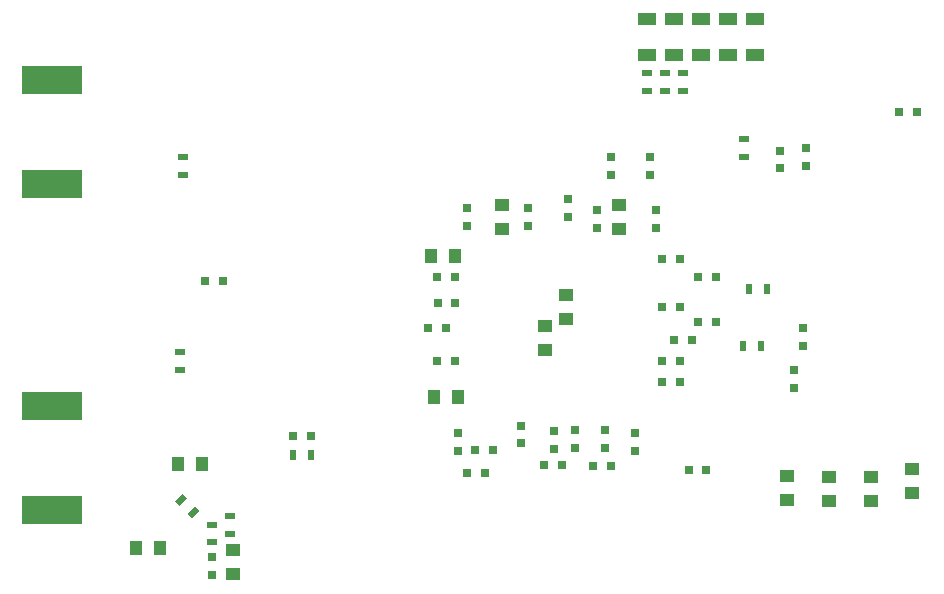
<source format=gbr>
G04 #@! TF.GenerationSoftware,KiCad,Pcbnew,(2018-01-18 revision 08b15a699)-makepkg*
G04 #@! TF.CreationDate,2018-01-23T16:45:18-05:00*
G04 #@! TF.ProjectId,osa103k,6F73613130336B2E6B696361645F7063,rev?*
G04 #@! TF.SameCoordinates,Original*
G04 #@! TF.FileFunction,Paste,Bot*
G04 #@! TF.FilePolarity,Positive*
%FSLAX46Y46*%
G04 Gerber Fmt 4.6, Leading zero omitted, Abs format (unit mm)*
G04 Created by KiCad (PCBNEW (2018-01-18 revision 08b15a699)-makepkg) date 01/23/18 16:45:18*
%MOMM*%
%LPD*%
G01*
G04 APERTURE LIST*
%ADD10R,1.000000X1.250000*%
%ADD11R,1.250000X1.000000*%
%ADD12R,0.750000X0.800000*%
%ADD13R,0.800000X0.750000*%
%ADD14R,1.600000X1.000000*%
%ADD15R,5.080000X2.420000*%
%ADD16R,0.900000X0.500000*%
%ADD17C,0.500000*%
%ADD18C,0.100000*%
%ADD19R,0.500000X0.900000*%
G04 APERTURE END LIST*
D10*
X67450000Y-89770000D03*
X65450000Y-89770000D03*
X69000000Y-82600000D03*
X71000000Y-82600000D03*
D11*
X73660000Y-91932000D03*
X73660000Y-89932000D03*
D12*
X71900000Y-90500000D03*
X71900000Y-92000000D03*
D13*
X78752000Y-80264000D03*
X80252000Y-80264000D03*
X72820000Y-67170000D03*
X71320000Y-67170000D03*
D12*
X105664000Y-56654000D03*
X105664000Y-58154000D03*
D13*
X94990000Y-83420000D03*
X93490000Y-83420000D03*
X95690000Y-81420000D03*
X94190000Y-81420000D03*
X99990000Y-82720000D03*
X101490000Y-82720000D03*
X104140000Y-82804000D03*
X105640000Y-82804000D03*
D12*
X108966000Y-56654000D03*
X108966000Y-58154000D03*
D13*
X112250000Y-83100000D03*
X113750000Y-83100000D03*
D10*
X90694000Y-76962000D03*
X92694000Y-76962000D03*
X90440000Y-65024000D03*
X92440000Y-65024000D03*
D11*
X101850000Y-68350000D03*
X101850000Y-70350000D03*
X106320000Y-62730000D03*
X106320000Y-60730000D03*
X100050000Y-70950000D03*
X100050000Y-72950000D03*
X96460000Y-60710000D03*
X96460000Y-62710000D03*
D12*
X100840000Y-81320000D03*
X100840000Y-79820000D03*
D13*
X109994000Y-73914000D03*
X111494000Y-73914000D03*
X90182000Y-71120000D03*
X91682000Y-71120000D03*
D12*
X98090000Y-79370000D03*
X98090000Y-80870000D03*
D13*
X112510000Y-72136000D03*
X111010000Y-72136000D03*
X109994000Y-69342000D03*
X111494000Y-69342000D03*
D12*
X105156000Y-79768000D03*
X105156000Y-81268000D03*
D14*
X117856000Y-47982000D03*
X117856000Y-44982000D03*
D12*
X98650000Y-62460000D03*
X98650000Y-60960000D03*
X102040000Y-61722000D03*
X102040000Y-60222000D03*
X102616000Y-79756000D03*
X102616000Y-81256000D03*
D14*
X115570000Y-47982000D03*
X115570000Y-44982000D03*
D12*
X93490000Y-62440000D03*
X93490000Y-60940000D03*
D14*
X113284000Y-47982000D03*
X113284000Y-44982000D03*
D12*
X109510000Y-62620000D03*
X109510000Y-61120000D03*
D14*
X110998000Y-44982000D03*
X110998000Y-47982000D03*
D12*
X92710000Y-80010000D03*
X92710000Y-81510000D03*
D14*
X108712000Y-44982000D03*
X108712000Y-47982000D03*
D12*
X104480000Y-61150000D03*
X104480000Y-62650000D03*
D13*
X111494000Y-75692000D03*
X109994000Y-75692000D03*
D12*
X107696000Y-81522000D03*
X107696000Y-80022000D03*
D13*
X91000000Y-69000000D03*
X92500000Y-69000000D03*
X90944000Y-73914000D03*
X92444000Y-73914000D03*
X109994000Y-65278000D03*
X111494000Y-65278000D03*
X90944000Y-66802000D03*
X92444000Y-66802000D03*
X114554000Y-66802000D03*
X113054000Y-66802000D03*
X114530000Y-70612000D03*
X113030000Y-70612000D03*
D12*
X121920000Y-72632000D03*
X121920000Y-71132000D03*
X121158000Y-74688000D03*
X121158000Y-76188000D03*
X122174000Y-55892000D03*
X122174000Y-57392000D03*
X120000000Y-57600000D03*
X120000000Y-56100000D03*
D11*
X131140000Y-85074000D03*
X131140000Y-83074000D03*
X127640000Y-83720000D03*
X127640000Y-85720000D03*
X124140000Y-83720000D03*
X124140000Y-85720000D03*
X120590000Y-85670000D03*
X120590000Y-83670000D03*
D13*
X130060000Y-52832000D03*
X131560000Y-52832000D03*
D15*
X58380000Y-58880000D03*
X58380000Y-50120000D03*
X58380000Y-77720000D03*
X58380000Y-86480000D03*
D16*
X69460000Y-56660000D03*
X69460000Y-58160000D03*
X69150000Y-73130000D03*
X69150000Y-74630000D03*
D17*
X69269670Y-85649670D03*
D18*
G36*
X69764645Y-85508249D02*
X69128249Y-86144645D01*
X68774695Y-85791091D01*
X69411091Y-85154695D01*
X69764645Y-85508249D01*
X69764645Y-85508249D01*
G37*
D17*
X70330330Y-86710330D03*
D18*
G36*
X70825305Y-86568909D02*
X70188909Y-87205305D01*
X69835355Y-86851751D01*
X70471751Y-86215355D01*
X70825305Y-86568909D01*
X70825305Y-86568909D01*
G37*
D16*
X73390000Y-87020000D03*
X73390000Y-88520000D03*
X71860000Y-89250000D03*
X71860000Y-87750000D03*
D19*
X80230000Y-81850000D03*
X78730000Y-81850000D03*
D16*
X111760000Y-49542000D03*
X111760000Y-51042000D03*
X110236000Y-51042000D03*
X110236000Y-49542000D03*
X108712000Y-49542000D03*
X108712000Y-51042000D03*
X116900000Y-56650000D03*
X116900000Y-55150000D03*
D19*
X118860000Y-67818000D03*
X117360000Y-67818000D03*
X118352000Y-72644000D03*
X116852000Y-72644000D03*
M02*

</source>
